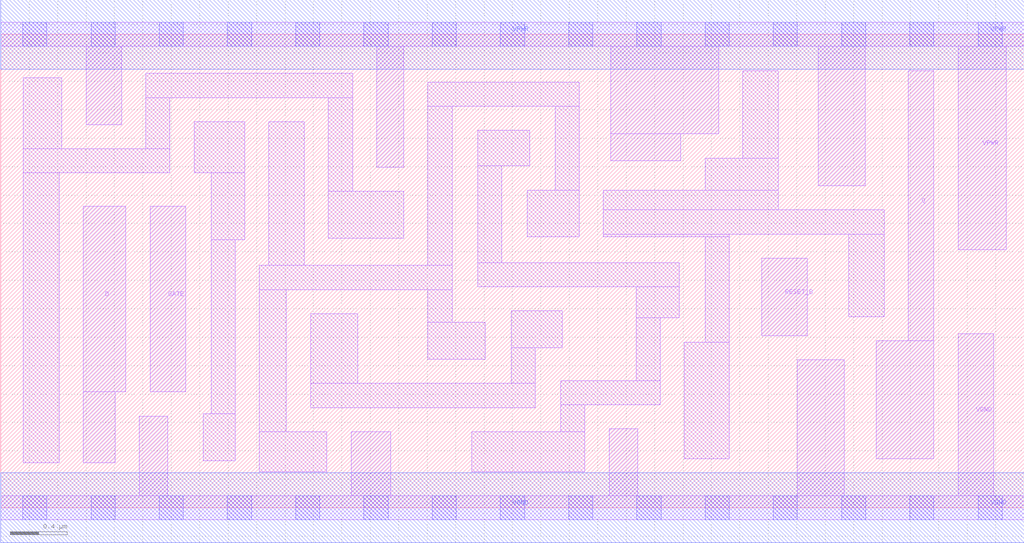
<source format=lef>
# Copyright 2020 The SkyWater PDK Authors
#
# Licensed under the Apache License, Version 2.0 (the "License");
# you may not use this file except in compliance with the License.
# You may obtain a copy of the License at
#
#     https://www.apache.org/licenses/LICENSE-2.0
#
# Unless required by applicable law or agreed to in writing, software
# distributed under the License is distributed on an "AS IS" BASIS,
# WITHOUT WARRANTIES OR CONDITIONS OF ANY KIND, either express or implied.
# See the License for the specific language governing permissions and
# limitations under the License.
#
# SPDX-License-Identifier: Apache-2.0

VERSION 5.7 ;
  NAMESCASESENSITIVE ON ;
  NOWIREEXTENSIONATPIN ON ;
  DIVIDERCHAR "/" ;
  BUSBITCHARS "[]" ;
UNITS
  DATABASE MICRONS 200 ;
END UNITS
MACRO sky130_fd_sc_lp__dlrtp_2
  CLASS CORE ;
  SOURCE USER ;
  FOREIGN sky130_fd_sc_lp__dlrtp_2 ;
  ORIGIN  0.000000  0.000000 ;
  SIZE  7.200000 BY  3.330000 ;
  SYMMETRY X Y R90 ;
  SITE unit ;
  PIN D
    ANTENNAGATEAREA  0.159000 ;
    DIRECTION INPUT ;
    USE SIGNAL ;
    PORT
      LAYER li1 ;
        RECT 0.580000 0.315000 0.805000 0.815000 ;
        RECT 0.580000 0.815000 0.880000 2.120000 ;
    END
  END D
  PIN Q
    ANTENNADIFFAREA  0.684600 ;
    DIRECTION OUTPUT ;
    USE SIGNAL ;
    PORT
      LAYER li1 ;
        RECT 6.160000 0.345000 6.565000 1.175000 ;
        RECT 6.385000 1.175000 6.565000 3.075000 ;
    END
  END Q
  PIN RESET_B
    ANTENNAGATEAREA  0.315000 ;
    DIRECTION INPUT ;
    USE SIGNAL ;
    PORT
      LAYER li1 ;
        RECT 5.355000 1.210000 5.675000 1.755000 ;
    END
  END RESET_B
  PIN GATE
    ANTENNAGATEAREA  0.159000 ;
    DIRECTION INPUT ;
    USE CLOCK ;
    PORT
      LAYER li1 ;
        RECT 1.050000 0.815000 1.300000 2.120000 ;
    END
  END GATE
  PIN VGND
    DIRECTION INOUT ;
    USE GROUND ;
    PORT
      LAYER li1 ;
        RECT 0.000000 -0.085000 7.200000 0.085000 ;
        RECT 0.975000  0.085000 1.175000 0.645000 ;
        RECT 2.465000  0.085000 2.745000 0.535000 ;
        RECT 4.280000  0.085000 4.480000 0.555000 ;
        RECT 5.605000  0.085000 5.935000 1.040000 ;
        RECT 6.735000  0.085000 6.985000 1.225000 ;
      LAYER mcon ;
        RECT 0.155000 -0.085000 0.325000 0.085000 ;
        RECT 0.635000 -0.085000 0.805000 0.085000 ;
        RECT 1.115000 -0.085000 1.285000 0.085000 ;
        RECT 1.595000 -0.085000 1.765000 0.085000 ;
        RECT 2.075000 -0.085000 2.245000 0.085000 ;
        RECT 2.555000 -0.085000 2.725000 0.085000 ;
        RECT 3.035000 -0.085000 3.205000 0.085000 ;
        RECT 3.515000 -0.085000 3.685000 0.085000 ;
        RECT 3.995000 -0.085000 4.165000 0.085000 ;
        RECT 4.475000 -0.085000 4.645000 0.085000 ;
        RECT 4.955000 -0.085000 5.125000 0.085000 ;
        RECT 5.435000 -0.085000 5.605000 0.085000 ;
        RECT 5.915000 -0.085000 6.085000 0.085000 ;
        RECT 6.395000 -0.085000 6.565000 0.085000 ;
        RECT 6.875000 -0.085000 7.045000 0.085000 ;
      LAYER met1 ;
        RECT 0.000000 -0.245000 7.200000 0.245000 ;
    END
  END VGND
  PIN VPWR
    DIRECTION INOUT ;
    USE POWER ;
    PORT
      LAYER li1 ;
        RECT 0.000000 3.245000 7.200000 3.415000 ;
        RECT 0.600000 2.695000 0.850000 3.245000 ;
        RECT 2.645000 2.395000 2.835000 3.245000 ;
        RECT 4.290000 2.440000 4.785000 2.630000 ;
        RECT 4.290000 2.630000 5.050000 3.245000 ;
        RECT 5.750000 2.265000 6.080000 3.245000 ;
        RECT 6.735000 1.815000 7.075000 3.245000 ;
      LAYER mcon ;
        RECT 0.155000 3.245000 0.325000 3.415000 ;
        RECT 0.635000 3.245000 0.805000 3.415000 ;
        RECT 1.115000 3.245000 1.285000 3.415000 ;
        RECT 1.595000 3.245000 1.765000 3.415000 ;
        RECT 2.075000 3.245000 2.245000 3.415000 ;
        RECT 2.555000 3.245000 2.725000 3.415000 ;
        RECT 3.035000 3.245000 3.205000 3.415000 ;
        RECT 3.515000 3.245000 3.685000 3.415000 ;
        RECT 3.995000 3.245000 4.165000 3.415000 ;
        RECT 4.475000 3.245000 4.645000 3.415000 ;
        RECT 4.955000 3.245000 5.125000 3.415000 ;
        RECT 5.435000 3.245000 5.605000 3.415000 ;
        RECT 5.915000 3.245000 6.085000 3.415000 ;
        RECT 6.395000 3.245000 6.565000 3.415000 ;
        RECT 6.875000 3.245000 7.045000 3.415000 ;
      LAYER met1 ;
        RECT 0.000000 3.085000 7.200000 3.575000 ;
    END
  END VPWR
  OBS
    LAYER li1 ;
      RECT 0.160000 0.315000 0.410000 2.355000 ;
      RECT 0.160000 2.355000 1.190000 2.525000 ;
      RECT 0.160000 2.525000 0.430000 3.025000 ;
      RECT 1.020000 2.525000 1.190000 2.885000 ;
      RECT 1.020000 2.885000 2.475000 3.055000 ;
      RECT 1.360000 2.355000 1.715000 2.715000 ;
      RECT 1.425000 0.330000 1.650000 0.660000 ;
      RECT 1.480000 0.660000 1.650000 1.885000 ;
      RECT 1.480000 1.885000 1.715000 2.355000 ;
      RECT 1.820000 0.255000 2.295000 0.535000 ;
      RECT 1.820000 0.535000 2.010000 1.535000 ;
      RECT 1.820000 1.535000 3.175000 1.705000 ;
      RECT 1.885000 1.705000 2.135000 2.715000 ;
      RECT 2.180000 0.705000 3.760000 0.875000 ;
      RECT 2.180000 0.875000 2.510000 1.365000 ;
      RECT 2.305000 1.895000 2.835000 2.225000 ;
      RECT 2.305000 2.225000 2.475000 2.885000 ;
      RECT 3.005000 1.045000 3.410000 1.305000 ;
      RECT 3.005000 1.305000 3.175000 1.535000 ;
      RECT 3.005000 1.705000 3.175000 2.825000 ;
      RECT 3.005000 2.825000 4.070000 2.995000 ;
      RECT 3.315000 0.255000 4.110000 0.535000 ;
      RECT 3.355000 1.555000 4.775000 1.725000 ;
      RECT 3.355000 1.725000 3.525000 2.405000 ;
      RECT 3.355000 2.405000 3.720000 2.655000 ;
      RECT 3.590000 0.875000 3.760000 1.125000 ;
      RECT 3.590000 1.125000 3.950000 1.385000 ;
      RECT 3.705000 1.905000 4.070000 2.235000 ;
      RECT 3.900000 2.235000 4.070000 2.825000 ;
      RECT 3.940000 0.535000 4.110000 0.725000 ;
      RECT 3.940000 0.725000 4.640000 0.895000 ;
      RECT 4.240000 1.905000 5.125000 1.925000 ;
      RECT 4.240000 1.925000 6.215000 2.095000 ;
      RECT 4.240000 2.095000 5.470000 2.235000 ;
      RECT 4.470000 0.895000 4.640000 1.335000 ;
      RECT 4.470000 1.335000 4.775000 1.555000 ;
      RECT 4.810000 0.345000 5.125000 1.165000 ;
      RECT 4.955000 1.165000 5.125000 1.905000 ;
      RECT 4.955000 2.235000 5.470000 2.460000 ;
      RECT 5.220000 2.460000 5.470000 3.075000 ;
      RECT 5.965000 1.345000 6.215000 1.925000 ;
  END
END sky130_fd_sc_lp__dlrtp_2

</source>
